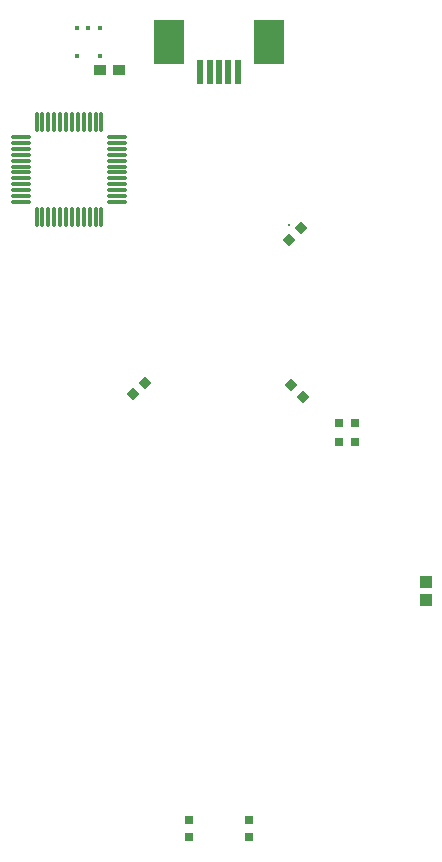
<source format=gtp>
%FSAX24Y24*%
%MOIN*%
G70*
G01*
G75*
G04 Layer_Color=8421504*
%ADD10C,0.0100*%
%ADD11R,0.0300X0.0300*%
%ADD12P,0.0424X4X360.0*%
%ADD13P,0.0424X4X90.0*%
%ADD14R,0.0300X0.0300*%
%ADD15R,0.0118X0.0157*%
%ADD16R,0.0394X0.0413*%
%ADD17R,0.0984X0.1496*%
%ADD18R,0.0197X0.0787*%
%ADD19O,0.0709X0.0118*%
%ADD20O,0.0118X0.0709*%
%ADD21R,0.0394X0.0374*%
%ADD22C,0.0100*%
%ADD23C,0.0300*%
%ADD24C,0.0150*%
%ADD25C,0.0200*%
%ADD26C,0.0866*%
%ADD27C,0.2100*%
%ADD28C,0.0591*%
%ADD29R,0.0591X0.0591*%
%ADD30C,0.0250*%
%ADD31C,0.0260*%
%ADD32R,0.0413X0.0394*%
%ADD33R,0.0630X0.0591*%
%ADD34R,0.0374X0.0394*%
%ADD35R,0.0709X0.0630*%
%ADD36O,0.0079X0.0177*%
%ADD37O,0.0098X0.0197*%
%ADD38O,0.0177X0.0079*%
%ADD39O,0.0197X0.0098*%
%ADD40C,0.0098*%
%ADD41C,0.0236*%
%ADD42C,0.0050*%
%ADD43C,0.0079*%
D10*
X019850Y032600D02*
D03*
D11*
X016500Y012750D02*
D03*
Y012200D02*
D03*
X018500D02*
D03*
Y012750D02*
D03*
D12*
X020289Y026861D02*
D03*
X019900Y027250D02*
D03*
D13*
X015039Y027339D02*
D03*
X014650Y026950D02*
D03*
X020239Y032489D02*
D03*
X019850Y032100D02*
D03*
D14*
X022050Y026000D02*
D03*
X021500D02*
D03*
Y025350D02*
D03*
X022050D02*
D03*
D15*
X013524Y039171D02*
D03*
X013150D02*
D03*
X012776D02*
D03*
X013524Y038226D02*
D03*
X012776D02*
D03*
D16*
X024400Y020715D02*
D03*
Y020085D02*
D03*
D17*
X019154Y038684D02*
D03*
X015846D02*
D03*
D18*
X016870Y037700D02*
D03*
X017185D02*
D03*
X018130D02*
D03*
X017815D02*
D03*
X017500D02*
D03*
D19*
X010906Y035533D02*
D03*
Y035336D02*
D03*
Y035139D02*
D03*
Y034942D02*
D03*
Y034745D02*
D03*
Y034548D02*
D03*
Y034352D02*
D03*
Y034155D02*
D03*
Y033958D02*
D03*
Y033761D02*
D03*
Y033564D02*
D03*
Y033367D02*
D03*
X014094D02*
D03*
Y033564D02*
D03*
Y033761D02*
D03*
Y033958D02*
D03*
Y034155D02*
D03*
Y034352D02*
D03*
Y034548D02*
D03*
Y034745D02*
D03*
Y034942D02*
D03*
Y035139D02*
D03*
Y035336D02*
D03*
Y035533D02*
D03*
D20*
X011417Y032856D02*
D03*
X011614D02*
D03*
X011811D02*
D03*
X012008D02*
D03*
X012205D02*
D03*
X012402D02*
D03*
X012598D02*
D03*
X012795D02*
D03*
X012992D02*
D03*
X013189D02*
D03*
X013386D02*
D03*
X013583D02*
D03*
Y036044D02*
D03*
X013386D02*
D03*
X013189D02*
D03*
X012992D02*
D03*
X012795D02*
D03*
X012598D02*
D03*
X012402D02*
D03*
X012205D02*
D03*
X012008D02*
D03*
X011811D02*
D03*
X011614D02*
D03*
X011417D02*
D03*
D21*
X014165Y037750D02*
D03*
X013535D02*
D03*
M02*

</source>
